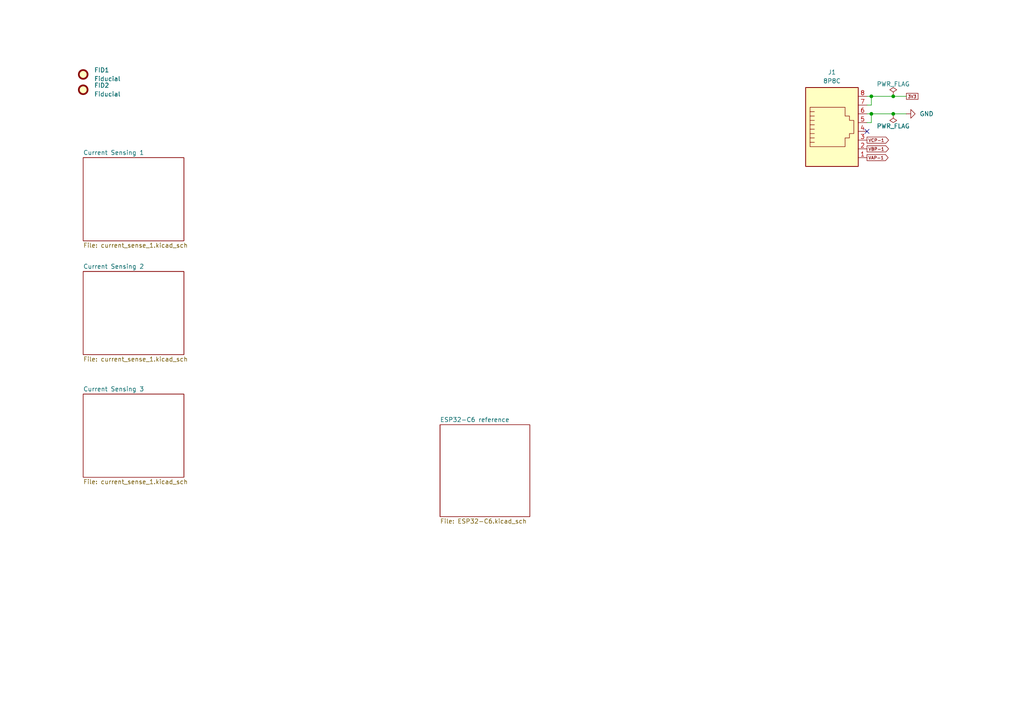
<source format=kicad_sch>
(kicad_sch (version 20231120) (generator "eeschema") (generator_version "8.0")
  (paper "A4")
  (lib_symbols
    (symbol "Connector:8P8C" (pin_names (offset 1.016))
      (property "Reference" "J" (at -5.08 13.97 0))
      (property "Value" "8P8C" (at 2.54 13.97 0))
      (symbol "8P8C_0_1"
        (polyline (pts (xy -5.08 4.445) (xy -6.35 4.445)))
        (polyline (pts (xy -5.08 5.715) (xy -6.35 5.715)))
        (polyline (pts (xy -6.35 -3.175) (xy -5.08 -3.175) (xy -5.08 -3.175)))
        (polyline (pts (xy -6.35 -1.905) (xy -5.08 -1.905) (xy -5.08 -1.905)))
        (polyline (pts (xy -6.35 -0.635) (xy -5.08 -0.635) (xy -5.08 -0.635)))
        (polyline (pts (xy -6.35 0.635) (xy -5.08 0.635) (xy -5.08 0.635)))
        (polyline (pts (xy -6.35 1.905) (xy -5.08 1.905) (xy -5.08 1.905)))
        (polyline (pts (xy -5.08 3.175) (xy -6.35 3.175) (xy -6.35 3.175)))
        (polyline (pts (xy -6.35 -4.445) (xy -6.35 6.985) (xy 3.81 6.985) (xy 3.81 4.445) (xy 5.08 4.445) (xy 5.08 3.175) (xy 6.35 3.175) (xy 6.35 -0.635) (xy 5.08 -0.635) (xy 5.08 -1.905) (xy 3.81 -1.905) (xy 3.81 -4.445) (xy -6.35 -4.445) (xy -6.35 -4.445)))
        (rectangle (start 7.62 12.7) (end -7.62 -10.16) (stroke (width 0.254)) (fill (type background)))
      )
      (symbol "8P8C_1_1"
        (pin passive line (at 10.16 -7.62 180) (length 2.54) (name "~") (number "1"))
        (pin passive line (at 10.16 -5.08 180) (length 2.54) (name "~") (number "2"))
        (pin passive line (at 10.16 -2.54 180) (length 2.54) (name "~") (number "3"))
        (pin passive line (at 10.16 0 180) (length 2.54) (name "~") (number "4"))
        (pin passive line (at 10.16 2.54 180) (length 2.54) (name "~") (number "5"))
        (pin passive line (at 10.16 5.08 180) (length 2.54) (name "~") (number "6"))
        (pin passive line (at 10.16 7.62 180) (length 2.54) (name "~") (number "7"))
        (pin passive line (at 10.16 10.16 180) (length 2.54) (name "~") (number "8"))
      )
    )
    (symbol "Mechanical:Fiducial"
      (property "Reference" "FID" (at 0 5.08 0))
      (property "Value" "Fiducial" (at 0 3.175 0))
      (symbol "Fiducial_0_1"
        (circle (center 0 0) (radius 1.27) (stroke (width 0.508)) (fill (type background)))
      )
    )
    (symbol "power:GND" (power) (pin_numbers hide) (pin_names (offset 0) hide)
      (property "Value" "GND" (at 0 -3.81 0))
      (symbol "GND_0_1"
        (polyline (pts (xy 0 0) (xy 0 -1.27) (xy 1.27 -1.27) (xy 0 -2.54) (xy -1.27 -1.27) (xy 0 -1.27)))
      )
      (symbol "GND_1_1"
        (pin power_in line (at 0 0 270) (length 0) (name "~") (number "1"))
      )
    )
    (symbol "power:PWR_FLAG" (power) (pin_numbers hide) (pin_names (offset 0) hide)
      (property "Value" "PWR_FLAG" (at 0 3.81 0))
      (symbol "PWR_FLAG_0_0"
        (pin power_out line (at 0 0 90) (length 0) (name "~") (number "1"))
      )
      (symbol "PWR_FLAG_0_1"
        (polyline (pts (xy 0 0) (xy 0 1.27) (xy -1.016 1.905) (xy 0 2.54) (xy 1.016 1.905) (xy 0 1.27)))
      )
    )
  )
  (junction (at 259.08 27.94))
  (junction (at 252.73 27.94))
  (junction (at 252.73 33.02))
  (junction (at 259.08 33.02))
  (no_connect (at 251.46 38.1))
  (wire (pts (xy 251.46 30.48) (xy 252.73 30.48)))
  (wire (pts (xy 251.46 33.02) (xy 252.73 33.02)))
  (wire (pts (xy 259.08 33.02) (xy 262.89 33.02)))
  (wire (pts (xy 251.46 27.94) (xy 252.73 27.94)))
  (wire (pts (xy 251.46 35.56) (xy 252.73 35.56)))
  (wire (pts (xy 252.73 27.94) (xy 259.08 27.94)))
  (wire (pts (xy 252.73 35.56) (xy 252.73 33.02)))
  (wire (pts (xy 259.08 27.94) (xy 262.89 27.94)))
  (wire (pts (xy 252.73 30.48) (xy 252.73 27.94)))
  (wire (pts (xy 252.73 33.02) (xy 259.08 33.02)))
  (global_label "VCP-1" (shape output) (at 251.46 40.64 0) (effects (font (size 0.9 0.9))) (property "Intersheetrefs" "${INTERSHEET_REFS}" (effects (hide yes))))
  (global_label "VAP-1" (shape output) (at 251.46 45.72 0) (effects (font (size 0.9 0.9))) (property "Intersheetrefs" "${INTERSHEET_REFS}" (effects (hide yes))))
  (global_label "VBP-1" (shape output) (at 251.46 43.18 0) (effects (font (size 0.9 0.9))) (property "Intersheetrefs" "${INTERSHEET_REFS}" (effects (hide yes))))
  (global_label "3V3" (shape passive) (at 262.89 27.94 0) (effects (font (size 0.889 0.889))) (property "Intersheetrefs" "${INTERSHEET_REFS}" (effects (hide yes))))
  (symbol (lib_id "power:PWR_FLAG") (at 259.08 33.02 180) (unit 1)
    (property "Reference" "#FLG02" (effects (hide yes)))
    (property "Value" "PWR_FLAG" (at 259.08 36.576 0))
    (property "Description" "Special symbol for telling ERC where power comes from" (effects (hide yes)))
  )
  (symbol (lib_id "power:PWR_FLAG") (at 259.08 27.94 0) (unit 1)
    (property "Reference" "#FLG03" (effects (hide yes)))
    (property "Value" "PWR_FLAG" (at 259.08 24.384 0))
    (property "Description" "Special symbol for telling ERC where power comes from" (effects (hide yes)))
  )
  (symbol (lib_id "Mechanical:Fiducial") (at 24.13 26.035 0) (unit 1) (in_bom no)
    (property "Reference" "FID2" (at 27.305 24.765 0) (effects (justify left)))
    (property "Value" "Fiducial" (at 27.305 27.305 0) (effects (justify left)))
    (property "Footprint" "Fiducial:Fiducial_0.5mm_Mask1mm" (effects (hide yes)))
  )
  (symbol (lib_id "Mechanical:Fiducial") (at 24.13 21.59 0) (unit 1) (in_bom no)
    (property "Reference" "FID1" (at 27.305 20.32 0) (effects (justify left)))
    (property "Value" "Fiducial" (at 27.305 22.86 0) (effects (justify left)))
    (property "Footprint" "Fiducial:Fiducial_0.5mm_Mask1mm" (effects (hide yes)))
  )
  (symbol (lib_id "power:GND") (at 262.89 33.02 90) (unit 1)
    (property "Reference" "#PWR025" (effects (hide yes)))
    (property "Value" "GND" (at 266.7 33.02 90) (effects (justify right)))
    (property "Description" "Power symbol creates a global label with name \"GND\" , ground" (effects (hide yes)))
  )
  (symbol (lib_id "Connector:8P8C") (at 241.3 38.1 0) (unit 1)
    (property "Reference" "J1" (at 241.3 20.955 0))
    (property "Value" "8P8C" (at 241.3 23.495 0))
    (property "Footprint" "Enerwize:MTJ881X1" (effects (hide yes)))
    (property "Manufacturer_Part_Number" "MTJ-881X1" (effects (hide yes)))
    (property "LCSC#" "C6917143" (effects (hide yes)))
  )
  (sheet (at 24.13 114.3) (size 29.21 24.13) (stroke (width 0.1524))
    (property "Sheetname" "Current Sensing 3" (at 24.13 113.5884 0) (effects (justify left bottom)))
    (property "Sheetfile" "current_sense_1.kicad_sch" (at 24.13 139.0146 0) (effects (justify left top)))
  )
  (sheet (at 24.13 45.72) (size 29.21 24.13) (stroke (width 0.1524))
    (property "Sheetname" "Current Sensing 1" (at 24.13 45.0084 0) (effects (justify left bottom)))
    (property "Sheetfile" "current_sense_1.kicad_sch" (at 24.13 70.4346 0) (effects (justify left top)))
  )
  (sheet (at 127.635 123.19) (size 26.035 26.67) (stroke (width 0.1524))
    (property "Sheetname" "ESP32-C6 reference" (at 127.635 122.4784 0) (effects (justify left bottom)))
    (property "Sheetfile" "ESP32-C6.kicad_sch" (at 127.635 150.4446 0) (effects (justify left top)))
  )
  (sheet (at 24.13 78.74) (size 29.21 24.13) (stroke (width 0.1524))
    (property "Sheetname" "Current Sensing 2" (at 24.13 78.0284 0) (effects (justify left bottom)))
    (property "Sheetfile" "current_sense_1.kicad_sch" (at 24.13 103.4546 0) (effects (justify left top)))
  )
)
</source>
